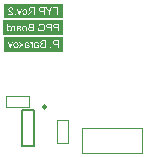
<source format=gbo>
%TF.GenerationSoftware,Altium Limited,Altium Designer,24.5.2 (23)*%
G04 Layer_Color=32896*
%FSLAX45Y45*%
%MOMM*%
%TF.SameCoordinates,57FA01A1-E815-4C6C-BC38-3E05548C2649*%
%TF.FilePolarity,Positive*%
%TF.FileFunction,Legend,Bot*%
%TF.Part,Single*%
G01*
G75*
%TA.AperFunction,NonConductor*%
%ADD36C,0.25000*%
%ADD37C,0.20000*%
%ADD38C,0.05000*%
G36*
X701699Y1060000D02*
X198301D01*
Y1186198D01*
X701699D01*
Y1060000D01*
D02*
G37*
G36*
X699365Y920000D02*
X200636D01*
Y1044996D01*
X699365D01*
Y920000D01*
D02*
G37*
G36*
X701394Y1200000D02*
X198606D01*
Y1325274D01*
X701394D01*
Y1200000D01*
D02*
G37*
%LPC*%
G36*
X327773Y1138539D02*
X326756D01*
X325739Y1138447D01*
X324352Y1138354D01*
X322781Y1138169D01*
X321209Y1137892D01*
X319637Y1137522D01*
X318158Y1137060D01*
X317973Y1136968D01*
X317511Y1136783D01*
X316863Y1136505D01*
X316031Y1136135D01*
X315107Y1135581D01*
X314182Y1135026D01*
X313350Y1134286D01*
X312610Y1133547D01*
X312518Y1133454D01*
X312333Y1133177D01*
X312056Y1132715D01*
X311686Y1132160D01*
X311224Y1131328D01*
X310854Y1130496D01*
X310484Y1129479D01*
X310207Y1128277D01*
Y1128184D01*
X310114Y1127907D01*
X310022Y1127352D01*
X309929Y1126612D01*
Y1125595D01*
X309837Y1124393D01*
X309744Y1122822D01*
Y1121065D01*
Y1110525D01*
Y1110433D01*
Y1110063D01*
Y1109508D01*
Y1108768D01*
Y1107936D01*
Y1106919D01*
X309652Y1104700D01*
Y1102389D01*
X309559Y1100078D01*
X309467Y1099061D01*
Y1098136D01*
X309375Y1097304D01*
X309282Y1096657D01*
Y1096564D01*
X309190Y1096194D01*
X309097Y1095640D01*
X308820Y1094900D01*
X308635Y1094068D01*
X308265Y1093143D01*
X307803Y1092126D01*
X307341Y1091109D01*
X315569D01*
X315662Y1091202D01*
X315754Y1091572D01*
X315939Y1092034D01*
X316216Y1092774D01*
X316494Y1093606D01*
X316679Y1094623D01*
X316863Y1095732D01*
X317048Y1096934D01*
X317141D01*
X317233Y1096749D01*
X317788Y1096287D01*
X318620Y1095640D01*
X319730Y1094808D01*
X321116Y1093975D01*
X322503Y1093051D01*
X323983Y1092219D01*
X325554Y1091572D01*
X325739Y1091479D01*
X326294Y1091387D01*
X327126Y1091109D01*
X328143Y1090832D01*
X329437Y1090555D01*
X330917Y1090370D01*
X332581Y1090185D01*
X334245Y1090092D01*
X334985D01*
X335540Y1090185D01*
X336187D01*
X336926Y1090277D01*
X338591Y1090555D01*
X340440Y1091017D01*
X342474Y1091664D01*
X344323Y1092589D01*
X345987Y1093791D01*
X346172Y1093975D01*
X346634Y1094438D01*
X347282Y1095270D01*
X348021Y1096379D01*
X348761Y1097766D01*
X349408Y1099338D01*
X349870Y1101279D01*
X349963Y1102204D01*
X350055Y1103314D01*
Y1103868D01*
X349963Y1104515D01*
X349870Y1105348D01*
X349685Y1106365D01*
X349408Y1107382D01*
X349038Y1108491D01*
X348576Y1109508D01*
X348483Y1109601D01*
X348299Y1109970D01*
X347929Y1110525D01*
X347466Y1111172D01*
X346912Y1111912D01*
X346172Y1112652D01*
X345432Y1113391D01*
X344508Y1114038D01*
X344415Y1114131D01*
X344046Y1114316D01*
X343583Y1114686D01*
X342844Y1115055D01*
X342012Y1115425D01*
X340994Y1115888D01*
X339977Y1116257D01*
X338776Y1116627D01*
X338683D01*
X338313Y1116720D01*
X337759Y1116905D01*
X337019Y1116997D01*
X336094Y1117182D01*
X334892Y1117367D01*
X333506Y1117644D01*
X331841Y1117829D01*
X331749D01*
X331379Y1117922D01*
X330917D01*
X330270Y1118014D01*
X329530Y1118106D01*
X328605Y1118291D01*
X327588Y1118384D01*
X326479Y1118569D01*
X324260Y1119031D01*
X321856Y1119493D01*
X319730Y1120048D01*
X318713Y1120325D01*
X317788Y1120603D01*
Y1120695D01*
Y1120880D01*
X317696Y1121435D01*
Y1122082D01*
Y1122452D01*
Y1122637D01*
Y1122729D01*
Y1122822D01*
Y1123376D01*
X317788Y1124301D01*
X317973Y1125318D01*
X318250Y1126428D01*
X318713Y1127537D01*
X319267Y1128554D01*
X320007Y1129386D01*
X320099Y1129479D01*
X320562Y1129848D01*
X321301Y1130218D01*
X322226Y1130773D01*
X323520Y1131235D01*
X325000Y1131698D01*
X326849Y1131975D01*
X328975Y1132067D01*
X329900D01*
X330824Y1131975D01*
X332119Y1131790D01*
X333413Y1131605D01*
X334800Y1131235D01*
X336094Y1130773D01*
X337204Y1130126D01*
X337296Y1130033D01*
X337666Y1129756D01*
X338128Y1129294D01*
X338683Y1128554D01*
X339238Y1127629D01*
X339885Y1126428D01*
X340440Y1124948D01*
X340994Y1123284D01*
X348668Y1124301D01*
Y1124393D01*
X348576Y1124486D01*
Y1124763D01*
X348483Y1125133D01*
X348206Y1125965D01*
X347836Y1127167D01*
X347374Y1128369D01*
X346819Y1129663D01*
X346080Y1130958D01*
X345247Y1132160D01*
X345155Y1132252D01*
X344785Y1132622D01*
X344230Y1133177D01*
X343491Y1133916D01*
X342474Y1134656D01*
X341272Y1135396D01*
X339885Y1136228D01*
X338313Y1136875D01*
X338221D01*
X338128Y1136968D01*
X337851Y1137060D01*
X337481Y1137152D01*
X336557Y1137430D01*
X335262Y1137707D01*
X333783Y1137985D01*
X331934Y1138262D01*
X329992Y1138447D01*
X327773Y1138539D01*
D02*
G37*
G36*
X522116Y1156198D02*
X519157D01*
X518602Y1156106D01*
X517863D01*
X516106Y1155921D01*
X514165Y1155644D01*
X512131Y1155181D01*
X509912Y1154627D01*
X507785Y1153887D01*
X507693D01*
X507508Y1153794D01*
X507230Y1153702D01*
X506861Y1153517D01*
X505844Y1152962D01*
X504549Y1152315D01*
X503162Y1151391D01*
X501683Y1150281D01*
X500296Y1149079D01*
X499002Y1147600D01*
X498817Y1147415D01*
X498447Y1146860D01*
X497892Y1146028D01*
X497153Y1144826D01*
X496413Y1143347D01*
X495581Y1141498D01*
X494749Y1139464D01*
X494102Y1137152D01*
X501775Y1135118D01*
Y1135211D01*
X501868Y1135303D01*
X501960Y1135581D01*
X502053Y1135950D01*
X502330Y1136783D01*
X502700Y1137892D01*
X503255Y1139186D01*
X503902Y1140388D01*
X504549Y1141683D01*
X505381Y1142792D01*
X505474Y1142885D01*
X505751Y1143255D01*
X506306Y1143717D01*
X506953Y1144364D01*
X507785Y1145104D01*
X508895Y1145843D01*
X510097Y1146583D01*
X511483Y1147230D01*
X511668Y1147323D01*
X512131Y1147507D01*
X512963Y1147785D01*
X514072Y1148155D01*
X515367Y1148432D01*
X516846Y1148709D01*
X518510Y1148894D01*
X520267Y1148987D01*
X521284D01*
X521746Y1148894D01*
X522301D01*
X523688Y1148802D01*
X525259Y1148524D01*
X527016Y1148247D01*
X528680Y1147785D01*
X530344Y1147138D01*
X530529Y1147045D01*
X531084Y1146860D01*
X531824Y1146398D01*
X532748Y1145936D01*
X533858Y1145196D01*
X535060Y1144456D01*
X536169Y1143532D01*
X537186Y1142515D01*
X537279Y1142422D01*
X537648Y1142053D01*
X538111Y1141405D01*
X538665Y1140666D01*
X539313Y1139741D01*
X539960Y1138632D01*
X540607Y1137430D01*
X541254Y1136135D01*
Y1136043D01*
X541347Y1135858D01*
X541439Y1135581D01*
X541624Y1135118D01*
X541809Y1134564D01*
X541994Y1133916D01*
X542271Y1133177D01*
X542456Y1132345D01*
X542918Y1130403D01*
X543288Y1128184D01*
X543566Y1125873D01*
X543658Y1123284D01*
Y1123192D01*
Y1122914D01*
Y1122452D01*
X543566Y1121897D01*
Y1121158D01*
X543473Y1120233D01*
X543381Y1119308D01*
X543288Y1118291D01*
X542918Y1115980D01*
X542456Y1113576D01*
X541716Y1111172D01*
X540792Y1108861D01*
Y1108768D01*
X540607Y1108584D01*
X540515Y1108306D01*
X540237Y1107936D01*
X539590Y1106919D01*
X538573Y1105625D01*
X537371Y1104238D01*
X535892Y1102851D01*
X534135Y1101557D01*
X532193Y1100355D01*
X532101D01*
X531916Y1100262D01*
X531639Y1100078D01*
X531176Y1099893D01*
X530714Y1099708D01*
X530067Y1099523D01*
X528588Y1098968D01*
X526739Y1098506D01*
X524705Y1098044D01*
X522486Y1097674D01*
X520174Y1097581D01*
X519250D01*
X518695Y1097674D01*
X518140D01*
X516753Y1097859D01*
X515089Y1098044D01*
X513332Y1098413D01*
X511391Y1098968D01*
X509449Y1099615D01*
X509357D01*
X509172Y1099708D01*
X508987Y1099800D01*
X508617Y1099985D01*
X507600Y1100447D01*
X506491Y1101002D01*
X505196Y1101649D01*
X503810Y1102389D01*
X502515Y1103221D01*
X501406Y1104146D01*
Y1116165D01*
X520267D01*
Y1123746D01*
X493085D01*
Y1099985D01*
X493177Y1099893D01*
X493362Y1099800D01*
X493732Y1099523D01*
X494194Y1099153D01*
X494749Y1098783D01*
X495396Y1098321D01*
X496228Y1097766D01*
X497060Y1097211D01*
X499002Y1096009D01*
X501221Y1094715D01*
X503532Y1093513D01*
X506028Y1092496D01*
X506121D01*
X506306Y1092404D01*
X506676Y1092311D01*
X507138Y1092126D01*
X507785Y1091941D01*
X508525Y1091664D01*
X509357Y1091479D01*
X510189Y1091294D01*
X512223Y1090832D01*
X514534Y1090370D01*
X517031Y1090092D01*
X519619Y1090000D01*
X520544D01*
X521191Y1090092D01*
X522023D01*
X523040Y1090185D01*
X524150Y1090370D01*
X525352Y1090462D01*
X528033Y1091017D01*
X530899Y1091664D01*
X533858Y1092681D01*
X535337Y1093236D01*
X536816Y1093975D01*
X536909Y1094068D01*
X537186Y1094160D01*
X537556Y1094438D01*
X538111Y1094715D01*
X538758Y1095177D01*
X539405Y1095640D01*
X541162Y1096934D01*
X543011Y1098598D01*
X544952Y1100632D01*
X546802Y1102944D01*
X548466Y1105625D01*
Y1105717D01*
X548651Y1105995D01*
X548836Y1106365D01*
X549113Y1107012D01*
X549390Y1107659D01*
X549668Y1108584D01*
X550038Y1109508D01*
X550407Y1110618D01*
X550777Y1111819D01*
X551147Y1113206D01*
X551424Y1114593D01*
X551702Y1116072D01*
X552164Y1119308D01*
X552349Y1122729D01*
Y1123654D01*
X552256Y1124301D01*
Y1125133D01*
X552164Y1126150D01*
X551979Y1127167D01*
X551887Y1128369D01*
X551609Y1129663D01*
X551424Y1131050D01*
X550685Y1134009D01*
X549760Y1137060D01*
X548466Y1140111D01*
X548373Y1140203D01*
X548281Y1140481D01*
X548096Y1140851D01*
X547726Y1141405D01*
X547356Y1142145D01*
X546894Y1142885D01*
X545600Y1144641D01*
X544028Y1146675D01*
X542086Y1148617D01*
X539867Y1150559D01*
X538573Y1151391D01*
X537279Y1152223D01*
X537186Y1152315D01*
X536909Y1152408D01*
X536539Y1152593D01*
X535984Y1152870D01*
X535245Y1153147D01*
X534412Y1153517D01*
X533488Y1153887D01*
X532378Y1154257D01*
X531176Y1154627D01*
X529882Y1154904D01*
X528495Y1155274D01*
X527016Y1155551D01*
X523780Y1156013D01*
X522116Y1156198D01*
D02*
G37*
G36*
X669398Y1155089D02*
X643141D01*
X641754Y1154996D01*
X640182Y1154904D01*
X638518Y1154812D01*
X636946Y1154627D01*
X635559Y1154442D01*
X635374D01*
X634727Y1154257D01*
X633895Y1154072D01*
X632786Y1153794D01*
X631584Y1153332D01*
X630289Y1152777D01*
X628902Y1152130D01*
X627701Y1151391D01*
X627516Y1151298D01*
X627146Y1151021D01*
X626591Y1150466D01*
X625851Y1149819D01*
X625019Y1148987D01*
X624187Y1147877D01*
X623263Y1146675D01*
X622523Y1145289D01*
X622431Y1145104D01*
X622246Y1144641D01*
X621876Y1143809D01*
X621506Y1142700D01*
X621229Y1141405D01*
X620859Y1139926D01*
X620674Y1138262D01*
X620581Y1136505D01*
Y1135766D01*
X620674Y1135118D01*
X620766Y1134471D01*
X620859Y1133639D01*
X621044Y1132715D01*
X621229Y1131698D01*
X621876Y1129571D01*
X622246Y1128462D01*
X622800Y1127260D01*
X623448Y1126058D01*
X624095Y1124948D01*
X624927Y1123839D01*
X625851Y1122729D01*
X625944Y1122637D01*
X626129Y1122452D01*
X626406Y1122175D01*
X626868Y1121897D01*
X627423Y1121435D01*
X628163Y1120973D01*
X629087Y1120418D01*
X630104Y1119956D01*
X631306Y1119401D01*
X632693Y1118846D01*
X634172Y1118384D01*
X635929Y1118014D01*
X637778Y1117644D01*
X639812Y1117367D01*
X642124Y1117182D01*
X644528Y1117089D01*
X660892D01*
Y1091109D01*
X669398D01*
Y1155089D01*
D02*
G37*
G36*
X609764D02*
X583507D01*
X582120Y1154996D01*
X580548Y1154904D01*
X578884Y1154812D01*
X577312Y1154627D01*
X575925Y1154442D01*
X575740D01*
X575093Y1154257D01*
X574261Y1154072D01*
X573152Y1153794D01*
X571950Y1153332D01*
X570655Y1152777D01*
X569268Y1152130D01*
X568066Y1151391D01*
X567882Y1151298D01*
X567512Y1151021D01*
X566957Y1150466D01*
X566217Y1149819D01*
X565385Y1148987D01*
X564553Y1147877D01*
X563629Y1146675D01*
X562889Y1145289D01*
X562796Y1145104D01*
X562612Y1144641D01*
X562242Y1143809D01*
X561872Y1142700D01*
X561595Y1141405D01*
X561225Y1139926D01*
X561040Y1138262D01*
X560947Y1136505D01*
Y1135766D01*
X561040Y1135118D01*
X561132Y1134471D01*
X561225Y1133639D01*
X561410Y1132715D01*
X561595Y1131698D01*
X562242Y1129571D01*
X562612Y1128462D01*
X563166Y1127260D01*
X563813Y1126058D01*
X564461Y1124948D01*
X565293Y1123839D01*
X566217Y1122729D01*
X566310Y1122637D01*
X566495Y1122452D01*
X566772Y1122175D01*
X567234Y1121897D01*
X567789Y1121435D01*
X568529Y1120973D01*
X569453Y1120418D01*
X570470Y1119956D01*
X571672Y1119401D01*
X573059Y1118846D01*
X574538Y1118384D01*
X576295Y1118014D01*
X578144Y1117644D01*
X580178Y1117367D01*
X582490Y1117182D01*
X584893Y1117089D01*
X601258D01*
Y1091109D01*
X609764D01*
Y1155089D01*
D02*
G37*
G36*
X456102D02*
X430954D01*
X430307Y1154996D01*
X429567D01*
X427903Y1154812D01*
X426054Y1154627D01*
X424112Y1154257D01*
X422171Y1153794D01*
X420414Y1153147D01*
X420322D01*
X420229Y1153055D01*
X419675Y1152777D01*
X418842Y1152315D01*
X417918Y1151668D01*
X416808Y1150836D01*
X415606Y1149819D01*
X414497Y1148524D01*
X413480Y1147138D01*
X413388Y1146953D01*
X413110Y1146398D01*
X412648Y1145658D01*
X412186Y1144549D01*
X411723Y1143255D01*
X411261Y1141868D01*
X410984Y1140296D01*
X410891Y1138724D01*
Y1138539D01*
Y1138077D01*
X410984Y1137245D01*
X411169Y1136228D01*
X411446Y1135026D01*
X411908Y1133732D01*
X412463Y1132437D01*
X413203Y1131050D01*
X413295Y1130865D01*
X413572Y1130496D01*
X414127Y1129756D01*
X414867Y1129016D01*
X415791Y1128092D01*
X416901Y1127075D01*
X418288Y1126150D01*
X419859Y1125226D01*
X419767D01*
X419582Y1125133D01*
X419305Y1125041D01*
X418935Y1124856D01*
X417825Y1124486D01*
X416531Y1123839D01*
X415144Y1123007D01*
X413572Y1121990D01*
X412186Y1120788D01*
X410891Y1119308D01*
X410799Y1119123D01*
X410429Y1118569D01*
X409874Y1117737D01*
X409319Y1116627D01*
X408765Y1115148D01*
X408210Y1113576D01*
X407840Y1111727D01*
X407748Y1109693D01*
Y1108953D01*
X407840Y1108029D01*
X408025Y1106919D01*
X408210Y1105625D01*
X408580Y1104238D01*
X409042Y1102759D01*
X409689Y1101279D01*
X409782Y1101095D01*
X410059Y1100632D01*
X410429Y1099985D01*
X410984Y1099061D01*
X411723Y1098136D01*
X412463Y1097119D01*
X413388Y1096102D01*
X414405Y1095270D01*
X414497Y1095177D01*
X414867Y1094900D01*
X415514Y1094530D01*
X416346Y1094160D01*
X417363Y1093606D01*
X418565Y1093051D01*
X419859Y1092589D01*
X421431Y1092126D01*
X421616D01*
X422171Y1091941D01*
X423095Y1091849D01*
X424297Y1091664D01*
X425777Y1091479D01*
X427533Y1091294D01*
X429475Y1091202D01*
X431694Y1091109D01*
X456102D01*
Y1155089D01*
D02*
G37*
G36*
X280621Y1138539D02*
X279974D01*
X279141Y1138447D01*
X278124Y1138262D01*
X276922Y1137892D01*
X275628Y1137430D01*
X274149Y1136783D01*
X272577Y1135950D01*
X275443Y1128739D01*
X275536Y1128831D01*
X275905Y1129016D01*
X276460Y1129294D01*
X277200Y1129571D01*
X278032Y1129848D01*
X279049Y1130126D01*
X280066Y1130311D01*
X281083Y1130403D01*
X281545D01*
X282008Y1130311D01*
X282655Y1130218D01*
X283302Y1130033D01*
X284134Y1129756D01*
X284966Y1129386D01*
X285706Y1128831D01*
X285798Y1128739D01*
X286076Y1128554D01*
X286353Y1128184D01*
X286815Y1127722D01*
X287278Y1127075D01*
X287740Y1126335D01*
X288202Y1125503D01*
X288572Y1124486D01*
X288664Y1124301D01*
X288757Y1123746D01*
X288942Y1122914D01*
X289219Y1121805D01*
X289496Y1120418D01*
X289681Y1118846D01*
X289774Y1117182D01*
X289866Y1115333D01*
Y1091109D01*
X297725D01*
Y1137522D01*
X290606D01*
Y1130496D01*
X290514Y1130588D01*
X290144Y1131235D01*
X289681Y1132067D01*
X288942Y1133084D01*
X288202Y1134101D01*
X287370Y1135211D01*
X286538Y1136135D01*
X285706Y1136875D01*
X285613Y1136968D01*
X285336Y1137152D01*
X284781Y1137430D01*
X284227Y1137707D01*
X283487Y1137985D01*
X282562Y1138262D01*
X281638Y1138447D01*
X280621Y1138539D01*
D02*
G37*
G36*
X378347D02*
X377422D01*
X376775Y1138447D01*
X375943Y1138354D01*
X375018Y1138169D01*
X374001Y1137985D01*
X372799Y1137800D01*
X370303Y1136968D01*
X369009Y1136505D01*
X367714Y1135858D01*
X366420Y1135211D01*
X365126Y1134286D01*
X363924Y1133362D01*
X362722Y1132252D01*
X362629Y1132160D01*
X362444Y1131975D01*
X362167Y1131605D01*
X361797Y1131143D01*
X361335Y1130496D01*
X360780Y1129663D01*
X360225Y1128739D01*
X359671Y1127722D01*
X359116Y1126612D01*
X358561Y1125226D01*
X358006Y1123839D01*
X357544Y1122267D01*
X357174Y1120603D01*
X356897Y1118846D01*
X356712Y1116997D01*
X356620Y1114963D01*
Y1113484D01*
X356712Y1112744D01*
X356804Y1111819D01*
Y1110895D01*
X356989Y1109878D01*
X357267Y1107566D01*
X357821Y1105255D01*
X358469Y1102944D01*
X359393Y1100817D01*
Y1100725D01*
X359486Y1100632D01*
X359671Y1100355D01*
X359856Y1099985D01*
X360503Y1099061D01*
X361335Y1097951D01*
X362444Y1096657D01*
X363831Y1095362D01*
X365403Y1094068D01*
X367252Y1092866D01*
X367344D01*
X367437Y1092774D01*
X367714Y1092589D01*
X368177Y1092404D01*
X368639Y1092219D01*
X369194Y1092034D01*
X370580Y1091479D01*
X372152Y1091017D01*
X374094Y1090555D01*
X376128Y1090185D01*
X378347Y1090092D01*
X379271D01*
X380011Y1090185D01*
X380843Y1090277D01*
X381768Y1090462D01*
X382877Y1090647D01*
X383987Y1090832D01*
X386483Y1091572D01*
X387870Y1092126D01*
X389164Y1092681D01*
X390458Y1093421D01*
X391753Y1094253D01*
X392955Y1095177D01*
X394157Y1096287D01*
X394249Y1096379D01*
X394434Y1096564D01*
X394711Y1096934D01*
X395081Y1097489D01*
X395544Y1098136D01*
X396006Y1098876D01*
X396561Y1099800D01*
X397115Y1100910D01*
X397670Y1102112D01*
X398225Y1103498D01*
X398687Y1104978D01*
X399149Y1106549D01*
X399519Y1108306D01*
X399797Y1110155D01*
X399981Y1112189D01*
X400074Y1114316D01*
Y1114871D01*
X399981Y1115518D01*
Y1116442D01*
X399889Y1117459D01*
X399704Y1118754D01*
X399519Y1120048D01*
X399149Y1121527D01*
X398779Y1123007D01*
X398317Y1124578D01*
X397762Y1126243D01*
X397023Y1127814D01*
X396283Y1129294D01*
X395266Y1130773D01*
X394249Y1132160D01*
X392955Y1133362D01*
X392862Y1133454D01*
X392677Y1133547D01*
X392308Y1133824D01*
X391845Y1134194D01*
X391291Y1134564D01*
X390551Y1135026D01*
X389811Y1135488D01*
X388887Y1135950D01*
X387870Y1136413D01*
X386760Y1136875D01*
X384264Y1137707D01*
X381398Y1138354D01*
X379918Y1138447D01*
X378347Y1138539D01*
D02*
G37*
G36*
X238461Y1155089D02*
X230602D01*
Y1091109D01*
X237906D01*
Y1096934D01*
X237999Y1096842D01*
X238091Y1096657D01*
X238368Y1096287D01*
X238738Y1095825D01*
X239200Y1095362D01*
X239755Y1094808D01*
X240402Y1094160D01*
X241234Y1093513D01*
X242067Y1092866D01*
X242991Y1092219D01*
X244101Y1091664D01*
X245303Y1091202D01*
X246504Y1090739D01*
X247891Y1090370D01*
X249371Y1090185D01*
X250942Y1090092D01*
X251497D01*
X251867Y1090185D01*
X252976Y1090277D01*
X254271Y1090462D01*
X255843Y1090832D01*
X257599Y1091387D01*
X259356Y1092126D01*
X261113Y1093143D01*
X261205D01*
X261297Y1093328D01*
X261852Y1093698D01*
X262684Y1094438D01*
X263701Y1095362D01*
X264903Y1096564D01*
X266105Y1098044D01*
X267307Y1099708D01*
X268324Y1101649D01*
Y1101742D01*
X268417Y1101927D01*
X268509Y1102204D01*
X268694Y1102574D01*
X268879Y1103129D01*
X269156Y1103776D01*
X269341Y1104423D01*
X269526Y1105255D01*
X269988Y1107104D01*
X270451Y1109231D01*
X270728Y1111635D01*
X270820Y1114223D01*
Y1115425D01*
X270728Y1115980D01*
Y1116720D01*
X270543Y1118384D01*
X270266Y1120325D01*
X269803Y1122452D01*
X269249Y1124671D01*
X268509Y1126797D01*
Y1126890D01*
X268417Y1127075D01*
X268232Y1127352D01*
X268047Y1127722D01*
X267492Y1128739D01*
X266752Y1130033D01*
X265828Y1131420D01*
X264626Y1132807D01*
X263239Y1134286D01*
X261575Y1135488D01*
X261482D01*
X261390Y1135581D01*
X261113Y1135766D01*
X260743Y1135950D01*
X259818Y1136413D01*
X258524Y1137060D01*
X257044Y1137615D01*
X255288Y1138077D01*
X253346Y1138447D01*
X251312Y1138539D01*
X250573D01*
X249833Y1138447D01*
X248816Y1138354D01*
X247614Y1138077D01*
X246320Y1137800D01*
X245025Y1137337D01*
X243823Y1136690D01*
X243638Y1136598D01*
X243268Y1136413D01*
X242714Y1135950D01*
X241974Y1135488D01*
X241050Y1134841D01*
X240217Y1134009D01*
X239293Y1133177D01*
X238461Y1132160D01*
Y1155089D01*
D02*
G37*
%LPD*%
G36*
X317880Y1114316D02*
X318158Y1114223D01*
X318528Y1114131D01*
X318990Y1113946D01*
X319545Y1113761D01*
X320192Y1113576D01*
X320932Y1113391D01*
X321764Y1113114D01*
X322781Y1112929D01*
X323798Y1112652D01*
X325000Y1112374D01*
X326294Y1112097D01*
X327588Y1111819D01*
X329068Y1111635D01*
X330639Y1111357D01*
X330824D01*
X331379Y1111265D01*
X332304Y1111080D01*
X333321Y1110895D01*
X334430Y1110710D01*
X335540Y1110433D01*
X336557Y1110155D01*
X337481Y1109785D01*
X337574D01*
X337851Y1109601D01*
X338221Y1109416D01*
X338591Y1109138D01*
X339700Y1108399D01*
X340625Y1107289D01*
Y1107197D01*
X340810Y1107012D01*
X340902Y1106642D01*
X341087Y1106180D01*
X341272Y1105625D01*
X341457Y1105070D01*
X341549Y1104331D01*
X341642Y1103591D01*
Y1103498D01*
Y1103036D01*
X341549Y1102481D01*
X341364Y1101742D01*
X341087Y1100910D01*
X340625Y1100078D01*
X340070Y1099153D01*
X339330Y1098321D01*
X339238Y1098228D01*
X338868Y1098044D01*
X338313Y1097674D01*
X337574Y1097304D01*
X336557Y1096934D01*
X335355Y1096564D01*
X333968Y1096379D01*
X332304Y1096287D01*
X331564D01*
X330639Y1096379D01*
X329622Y1096564D01*
X328328Y1096749D01*
X327034Y1097119D01*
X325647Y1097581D01*
X324260Y1098228D01*
X324075Y1098321D01*
X323705Y1098598D01*
X323058Y1099061D01*
X322318Y1099708D01*
X321486Y1100447D01*
X320562Y1101372D01*
X319822Y1102481D01*
X319082Y1103683D01*
X318990Y1103776D01*
X318898Y1104146D01*
X318713Y1104793D01*
X318435Y1105625D01*
X318158Y1106734D01*
X317973Y1108029D01*
X317880Y1109601D01*
X317788Y1111450D01*
X317696Y1114408D01*
X317788D01*
X317880Y1114316D01*
D02*
G37*
G36*
X660892Y1124671D02*
X643695D01*
X643048Y1124763D01*
X642401D01*
X641661Y1124856D01*
X639905Y1125041D01*
X637963Y1125410D01*
X636022Y1125965D01*
X634265Y1126705D01*
X633433Y1127167D01*
X632786Y1127722D01*
X632601Y1127907D01*
X632231Y1128277D01*
X631676Y1129016D01*
X631029Y1129941D01*
X630382Y1131143D01*
X629827Y1132622D01*
X629457Y1134286D01*
X629272Y1136228D01*
Y1136320D01*
Y1136413D01*
Y1136875D01*
X629365Y1137707D01*
X629550Y1138632D01*
X629735Y1139649D01*
X630104Y1140851D01*
X630659Y1141960D01*
X631306Y1143070D01*
X631399Y1143162D01*
X631676Y1143532D01*
X632138Y1143994D01*
X632693Y1144641D01*
X633525Y1145289D01*
X634450Y1145843D01*
X635467Y1146398D01*
X636669Y1146860D01*
X636761D01*
X637131Y1146953D01*
X637686Y1147045D01*
X638425Y1147230D01*
X639535Y1147323D01*
X640922Y1147415D01*
X642586Y1147507D01*
X660892D01*
Y1124671D01*
D02*
G37*
G36*
X601258D02*
X584061D01*
X583414Y1124763D01*
X582767D01*
X582027Y1124856D01*
X580271Y1125041D01*
X578329Y1125410D01*
X576387Y1125965D01*
X574631Y1126705D01*
X573799Y1127167D01*
X573152Y1127722D01*
X572967Y1127907D01*
X572597Y1128277D01*
X572042Y1129016D01*
X571395Y1129941D01*
X570748Y1131143D01*
X570193Y1132622D01*
X569823Y1134286D01*
X569638Y1136228D01*
Y1136320D01*
Y1136413D01*
Y1136875D01*
X569731Y1137707D01*
X569916Y1138632D01*
X570100Y1139649D01*
X570470Y1140851D01*
X571025Y1141960D01*
X571672Y1143070D01*
X571765Y1143162D01*
X572042Y1143532D01*
X572504Y1143994D01*
X573059Y1144641D01*
X573891Y1145289D01*
X574816Y1145843D01*
X575833Y1146398D01*
X577035Y1146860D01*
X577127D01*
X577497Y1146953D01*
X578052Y1147045D01*
X578791Y1147230D01*
X579901Y1147323D01*
X581288Y1147415D01*
X582952Y1147507D01*
X601258D01*
Y1124671D01*
D02*
G37*
G36*
X447596Y1128277D02*
X431879D01*
X430677Y1128369D01*
X429382Y1128462D01*
X428088Y1128554D01*
X426794Y1128739D01*
X425777Y1128924D01*
X425592Y1129016D01*
X425222Y1129109D01*
X424667Y1129386D01*
X423928Y1129756D01*
X423188Y1130126D01*
X422356Y1130680D01*
X421524Y1131420D01*
X420876Y1132160D01*
X420784Y1132252D01*
X420599Y1132530D01*
X420322Y1133084D01*
X420044Y1133732D01*
X419767Y1134471D01*
X419490Y1135396D01*
X419305Y1136505D01*
X419212Y1137707D01*
Y1137892D01*
Y1138262D01*
X419305Y1138817D01*
X419397Y1139556D01*
X419582Y1140481D01*
X419859Y1141405D01*
X420229Y1142330D01*
X420784Y1143255D01*
X420876Y1143347D01*
X421061Y1143624D01*
X421431Y1144087D01*
X421893Y1144549D01*
X422541Y1145104D01*
X423280Y1145658D01*
X424205Y1146213D01*
X425222Y1146583D01*
X425314D01*
X425777Y1146768D01*
X426424Y1146860D01*
X427441Y1147045D01*
X428828Y1147230D01*
X430399Y1147323D01*
X432433Y1147507D01*
X447596D01*
Y1128277D01*
D02*
G37*
G36*
Y1098691D02*
X429382D01*
X427441Y1098783D01*
X426609Y1098876D01*
X425869Y1098968D01*
X425777D01*
X425407Y1099061D01*
X424852Y1099153D01*
X424205Y1099338D01*
X422633Y1099893D01*
X421061Y1100632D01*
X420969Y1100725D01*
X420692Y1100910D01*
X420322Y1101187D01*
X419859Y1101557D01*
X419397Y1102112D01*
X418750Y1102666D01*
X418288Y1103406D01*
X417733Y1104238D01*
X417641Y1104331D01*
X417548Y1104608D01*
X417363Y1105163D01*
X417086Y1105810D01*
X416808Y1106549D01*
X416623Y1107474D01*
X416531Y1108584D01*
X416439Y1109693D01*
Y1109878D01*
Y1110248D01*
X416531Y1110987D01*
X416716Y1111819D01*
X416901Y1112744D01*
X417271Y1113761D01*
X417733Y1114778D01*
X418380Y1115795D01*
X418473Y1115888D01*
X418750Y1116257D01*
X419120Y1116720D01*
X419675Y1117274D01*
X420414Y1117922D01*
X421339Y1118569D01*
X422356Y1119123D01*
X423558Y1119586D01*
X423743Y1119678D01*
X424112Y1119771D01*
X424945Y1119956D01*
X425962Y1120141D01*
X427256Y1120325D01*
X428828Y1120510D01*
X430769Y1120695D01*
X447596D01*
Y1098691D01*
D02*
G37*
G36*
X379364Y1131975D02*
X380381Y1131882D01*
X381768Y1131513D01*
X383339Y1130958D01*
X385004Y1130218D01*
X386575Y1129109D01*
X387407Y1128369D01*
X388147Y1127629D01*
Y1127537D01*
X388332Y1127445D01*
X388517Y1127167D01*
X388794Y1126797D01*
X389072Y1126335D01*
X389349Y1125780D01*
X389719Y1125041D01*
X390089Y1124301D01*
X390458Y1123376D01*
X390828Y1122452D01*
X391106Y1121342D01*
X391383Y1120141D01*
X391660Y1118846D01*
X391845Y1117459D01*
X391938Y1115888D01*
X392030Y1114316D01*
Y1114223D01*
Y1113946D01*
Y1113484D01*
X391938Y1112836D01*
Y1112097D01*
X391845Y1111265D01*
X391568Y1109323D01*
X391106Y1107104D01*
X390366Y1104885D01*
X389441Y1102759D01*
X388794Y1101834D01*
X388147Y1100910D01*
X388055D01*
X387962Y1100725D01*
X387407Y1100262D01*
X386575Y1099523D01*
X385466Y1098783D01*
X384079Y1097951D01*
X382415Y1097211D01*
X380473Y1096749D01*
X379456Y1096657D01*
X378347Y1096564D01*
X377792D01*
X377330Y1096657D01*
X376313Y1096842D01*
X374926Y1097119D01*
X373447Y1097674D01*
X371782Y1098413D01*
X370211Y1099523D01*
X369378Y1100262D01*
X368639Y1101002D01*
X368546Y1101095D01*
X368454Y1101187D01*
X368269Y1101464D01*
X367992Y1101834D01*
X367714Y1102296D01*
X367344Y1102851D01*
X366975Y1103591D01*
X366605Y1104331D01*
X366235Y1105255D01*
X365958Y1106272D01*
X365588Y1107382D01*
X365310Y1108584D01*
X365033Y1109970D01*
X364848Y1111357D01*
X364663Y1112929D01*
Y1114593D01*
Y1114686D01*
Y1114963D01*
Y1115425D01*
X364756Y1115980D01*
Y1116720D01*
X364848Y1117552D01*
X365126Y1119493D01*
X365588Y1121527D01*
X366327Y1123746D01*
X367344Y1125780D01*
X367899Y1126797D01*
X368639Y1127629D01*
Y1127722D01*
X368824Y1127814D01*
X369378Y1128369D01*
X370211Y1129016D01*
X371320Y1129848D01*
X372707Y1130680D01*
X374371Y1131420D01*
X376220Y1131882D01*
X377237Y1131975D01*
X378347Y1132067D01*
X378901D01*
X379364Y1131975D01*
D02*
G37*
G36*
X251312D02*
X252329Y1131882D01*
X253531Y1131513D01*
X254918Y1131050D01*
X256397Y1130218D01*
X257877Y1129201D01*
X258616Y1128462D01*
X259263Y1127722D01*
Y1127629D01*
X259448Y1127537D01*
X259541Y1127260D01*
X259818Y1126890D01*
X260095Y1126428D01*
X260373Y1125873D01*
X260650Y1125226D01*
X261020Y1124486D01*
X261390Y1123561D01*
X261667Y1122544D01*
X261945Y1121435D01*
X262222Y1120233D01*
X262407Y1118939D01*
X262592Y1117459D01*
X262777Y1115888D01*
Y1114223D01*
Y1114131D01*
Y1113853D01*
Y1113391D01*
X262684Y1112744D01*
Y1112004D01*
X262592Y1111172D01*
X262314Y1109231D01*
X261852Y1107104D01*
X261205Y1104885D01*
X260280Y1102759D01*
X259726Y1101834D01*
X259078Y1100910D01*
X258986D01*
X258894Y1100725D01*
X258431Y1100262D01*
X257599Y1099523D01*
X256582Y1098783D01*
X255288Y1097951D01*
X253716Y1097211D01*
X252052Y1096749D01*
X251127Y1096657D01*
X250203Y1096564D01*
X249740D01*
X249371Y1096657D01*
X248354Y1096749D01*
X247152Y1097119D01*
X245765Y1097581D01*
X244286Y1098321D01*
X242806Y1099338D01*
X242067Y1099985D01*
X241419Y1100725D01*
Y1100817D01*
X241234Y1100910D01*
X241050Y1101187D01*
X240865Y1101557D01*
X240587Y1102019D01*
X240217Y1102481D01*
X239940Y1103221D01*
X239570Y1103961D01*
X239200Y1104793D01*
X238923Y1105717D01*
X238553Y1106827D01*
X238276Y1107936D01*
X238091Y1109231D01*
X237906Y1110525D01*
X237721Y1112004D01*
Y1113576D01*
Y1113669D01*
Y1114038D01*
Y1114501D01*
X237814Y1115148D01*
Y1115888D01*
X237906Y1116812D01*
X237999Y1117829D01*
X238183Y1118939D01*
X238646Y1121158D01*
X239293Y1123469D01*
X240217Y1125688D01*
X240772Y1126612D01*
X241419Y1127537D01*
Y1127629D01*
X241604Y1127722D01*
X242067Y1128277D01*
X242899Y1129016D01*
X243916Y1129848D01*
X245210Y1130680D01*
X246782Y1131328D01*
X248538Y1131882D01*
X249463Y1131975D01*
X250480Y1132067D01*
X250942D01*
X251312Y1131975D01*
D02*
G37*
%LPC*%
G36*
X477136Y998447D02*
X476119D01*
X475102Y998354D01*
X473715Y998262D01*
X472143Y998077D01*
X470572Y997800D01*
X469000Y997430D01*
X467521Y996968D01*
X467336Y996875D01*
X466873Y996690D01*
X466226Y996413D01*
X465394Y996043D01*
X464469Y995488D01*
X463545Y994933D01*
X462713Y994194D01*
X461973Y993454D01*
X461881Y993362D01*
X461696Y993084D01*
X461418Y992622D01*
X461049Y992067D01*
X460586Y991235D01*
X460217Y990403D01*
X459847Y989386D01*
X459569Y988184D01*
Y988092D01*
X459477Y987814D01*
X459384Y987260D01*
X459292Y986520D01*
Y985503D01*
X459199Y984301D01*
X459107Y982729D01*
Y980973D01*
Y970433D01*
Y970340D01*
Y969970D01*
Y969416D01*
Y968676D01*
Y967844D01*
Y966827D01*
X459015Y964608D01*
Y962297D01*
X458922Y959985D01*
X458830Y958968D01*
Y958044D01*
X458737Y957211D01*
X458645Y956564D01*
Y956472D01*
X458552Y956102D01*
X458460Y955547D01*
X458182Y954808D01*
X457998Y953975D01*
X457628Y953051D01*
X457165Y952034D01*
X456703Y951017D01*
X464932D01*
X465024Y951109D01*
X465117Y951479D01*
X465302Y951941D01*
X465579Y952681D01*
X465856Y953513D01*
X466041Y954530D01*
X466226Y955640D01*
X466411Y956842D01*
X466504D01*
X466596Y956657D01*
X467151Y956194D01*
X467983Y955547D01*
X469092Y954715D01*
X470479Y953883D01*
X471866Y952958D01*
X473345Y952126D01*
X474917Y951479D01*
X475102Y951387D01*
X475657Y951294D01*
X476489Y951017D01*
X477506Y950740D01*
X478800Y950462D01*
X480279Y950277D01*
X481944Y950092D01*
X483608Y950000D01*
X484348D01*
X484902Y950092D01*
X485549D01*
X486289Y950185D01*
X487953Y950462D01*
X489802Y950924D01*
X491836Y951572D01*
X493686Y952496D01*
X495350Y953698D01*
X495535Y953883D01*
X495997Y954345D01*
X496644Y955177D01*
X497384Y956287D01*
X498123Y957674D01*
X498771Y959245D01*
X499233Y961187D01*
X499325Y962112D01*
X499418Y963221D01*
Y963776D01*
X499325Y964423D01*
X499233Y965255D01*
X499048Y966272D01*
X498771Y967289D01*
X498401Y968399D01*
X497939Y969416D01*
X497846Y969508D01*
X497661Y969878D01*
X497291Y970433D01*
X496829Y971080D01*
X496274Y971819D01*
X495535Y972559D01*
X494795Y973299D01*
X493870Y973946D01*
X493778Y974038D01*
X493408Y974223D01*
X492946Y974593D01*
X492206Y974963D01*
X491374Y975333D01*
X490357Y975795D01*
X489340Y976165D01*
X488138Y976535D01*
X488046D01*
X487676Y976627D01*
X487121Y976812D01*
X486382Y976905D01*
X485457Y977089D01*
X484255Y977274D01*
X482868Y977552D01*
X481204Y977737D01*
X481112D01*
X480742Y977829D01*
X480279D01*
X479632Y977922D01*
X478893Y978014D01*
X477968Y978199D01*
X476951Y978291D01*
X475842Y978476D01*
X473623Y978939D01*
X471219Y979401D01*
X469092Y979956D01*
X468075Y980233D01*
X467151Y980510D01*
Y980603D01*
Y980788D01*
X467058Y981342D01*
Y981990D01*
Y982359D01*
Y982544D01*
Y982637D01*
Y982729D01*
Y983284D01*
X467151Y984209D01*
X467336Y985226D01*
X467613Y986335D01*
X468075Y987445D01*
X468630Y988462D01*
X469370Y989294D01*
X469462Y989386D01*
X469924Y989756D01*
X470664Y990126D01*
X471589Y990681D01*
X472883Y991143D01*
X474362Y991605D01*
X476211Y991882D01*
X478338Y991975D01*
X479262D01*
X480187Y991882D01*
X481481Y991698D01*
X482776Y991513D01*
X484163Y991143D01*
X485457Y990681D01*
X486566Y990033D01*
X486659Y989941D01*
X487029Y989664D01*
X487491Y989201D01*
X488046Y988462D01*
X488600Y987537D01*
X489248Y986335D01*
X489802Y984856D01*
X490357Y983192D01*
X498031Y984209D01*
Y984301D01*
X497939Y984394D01*
Y984671D01*
X497846Y985041D01*
X497569Y985873D01*
X497199Y987075D01*
X496737Y988277D01*
X496182Y989571D01*
X495442Y990865D01*
X494610Y992067D01*
X494518Y992160D01*
X494148Y992530D01*
X493593Y993084D01*
X492853Y993824D01*
X491836Y994564D01*
X490635Y995303D01*
X489248Y996135D01*
X487676Y996783D01*
X487583D01*
X487491Y996875D01*
X487214Y996968D01*
X486844Y997060D01*
X485919Y997337D01*
X484625Y997615D01*
X483146Y997892D01*
X481296Y998169D01*
X479355Y998354D01*
X477136Y998447D01*
D02*
G37*
G36*
X397624D02*
X396607D01*
X395590Y998354D01*
X394203Y998262D01*
X392631Y998077D01*
X391059Y997800D01*
X389488Y997430D01*
X388008Y996968D01*
X387823Y996875D01*
X387361Y996690D01*
X386714Y996413D01*
X385882Y996043D01*
X384957Y995488D01*
X384033Y994933D01*
X383201Y994194D01*
X382461Y993454D01*
X382369Y993362D01*
X382184Y993084D01*
X381906Y992622D01*
X381536Y992067D01*
X381074Y991235D01*
X380704Y990403D01*
X380335Y989386D01*
X380057Y988184D01*
Y988092D01*
X379965Y987814D01*
X379872Y987260D01*
X379780Y986520D01*
Y985503D01*
X379687Y984301D01*
X379595Y982729D01*
Y980973D01*
Y970433D01*
Y970340D01*
Y969970D01*
Y969416D01*
Y968676D01*
Y967844D01*
Y966827D01*
X379502Y964608D01*
Y962297D01*
X379410Y959985D01*
X379318Y958968D01*
Y958044D01*
X379225Y957211D01*
X379133Y956564D01*
Y956472D01*
X379040Y956102D01*
X378948Y955547D01*
X378670Y954808D01*
X378485Y953975D01*
X378116Y953051D01*
X377653Y952034D01*
X377191Y951017D01*
X385420D01*
X385512Y951109D01*
X385605Y951479D01*
X385789Y951941D01*
X386067Y952681D01*
X386344Y953513D01*
X386529Y954530D01*
X386714Y955640D01*
X386899Y956842D01*
X386991D01*
X387084Y956657D01*
X387639Y956194D01*
X388471Y955547D01*
X389580Y954715D01*
X390967Y953883D01*
X392354Y952958D01*
X393833Y952126D01*
X395405Y951479D01*
X395590Y951387D01*
X396144Y951294D01*
X396977Y951017D01*
X397994Y950740D01*
X399288Y950462D01*
X400767Y950277D01*
X402432Y950092D01*
X404096Y950000D01*
X404835D01*
X405390Y950092D01*
X406037D01*
X406777Y950185D01*
X408441Y950462D01*
X410290Y950924D01*
X412324Y951572D01*
X414173Y952496D01*
X415838Y953698D01*
X416023Y953883D01*
X416485Y954345D01*
X417132Y955177D01*
X417872Y956287D01*
X418611Y957674D01*
X419258Y959245D01*
X419721Y961187D01*
X419813Y962112D01*
X419906Y963221D01*
Y963776D01*
X419813Y964423D01*
X419721Y965255D01*
X419536Y966272D01*
X419258Y967289D01*
X418889Y968399D01*
X418426Y969416D01*
X418334Y969508D01*
X418149Y969878D01*
X417779Y970433D01*
X417317Y971080D01*
X416762Y971819D01*
X416023Y972559D01*
X415283Y973299D01*
X414358Y973946D01*
X414266Y974038D01*
X413896Y974223D01*
X413434Y974593D01*
X412694Y974963D01*
X411862Y975333D01*
X410845Y975795D01*
X409828Y976165D01*
X408626Y976535D01*
X408534D01*
X408164Y976627D01*
X407609Y976812D01*
X406869Y976905D01*
X405945Y977089D01*
X404743Y977274D01*
X403356Y977552D01*
X401692Y977737D01*
X401599D01*
X401230Y977829D01*
X400767D01*
X400120Y977922D01*
X399380Y978014D01*
X398456Y978199D01*
X397439Y978291D01*
X396329Y978476D01*
X394110Y978939D01*
X391707Y979401D01*
X389580Y979956D01*
X388563Y980233D01*
X387639Y980510D01*
Y980603D01*
Y980788D01*
X387546Y981342D01*
Y981990D01*
Y982359D01*
Y982544D01*
Y982637D01*
Y982729D01*
Y983284D01*
X387639Y984209D01*
X387823Y985226D01*
X388101Y986335D01*
X388563Y987445D01*
X389118Y988462D01*
X389857Y989294D01*
X389950Y989386D01*
X390412Y989756D01*
X391152Y990126D01*
X392076Y990681D01*
X393371Y991143D01*
X394850Y991605D01*
X396699Y991882D01*
X398826Y991975D01*
X399750D01*
X400675Y991882D01*
X401969Y991698D01*
X403264Y991513D01*
X404650Y991143D01*
X405945Y990681D01*
X407054Y990033D01*
X407147Y989941D01*
X407517Y989664D01*
X407979Y989201D01*
X408534Y988462D01*
X409088Y987537D01*
X409736Y986335D01*
X410290Y984856D01*
X410845Y983192D01*
X418519Y984209D01*
Y984301D01*
X418426Y984394D01*
Y984671D01*
X418334Y985041D01*
X418057Y985873D01*
X417687Y987075D01*
X417224Y988277D01*
X416670Y989571D01*
X415930Y990865D01*
X415098Y992067D01*
X415006Y992160D01*
X414636Y992530D01*
X414081Y993084D01*
X413341Y993824D01*
X412324Y994564D01*
X411122Y995303D01*
X409736Y996135D01*
X408164Y996783D01*
X408071D01*
X407979Y996875D01*
X407701Y996968D01*
X407332Y997060D01*
X406407Y997337D01*
X405113Y997615D01*
X403633Y997892D01*
X401784Y998169D01*
X399843Y998354D01*
X397624Y998447D01*
D02*
G37*
G36*
X367483Y1014996D02*
X359624D01*
Y978476D01*
X341041Y997430D01*
X330778D01*
X348622Y980141D01*
X329021Y951017D01*
X338729D01*
X354169Y974686D01*
X359624Y969416D01*
Y951017D01*
X367483D01*
Y1014996D01*
D02*
G37*
G36*
X277893Y997430D02*
X269572D01*
X259587Y969601D01*
Y969508D01*
X259495Y969416D01*
X259402Y969138D01*
X259310Y968861D01*
X259032Y967936D01*
X258662Y966734D01*
X258200Y965348D01*
X257645Y963776D01*
X257183Y962019D01*
X256628Y960262D01*
X256536Y960447D01*
X256443Y960910D01*
X256166Y961649D01*
X255889Y962759D01*
X255426Y963961D01*
X254964Y965532D01*
X254317Y967197D01*
X253670Y969046D01*
X243407Y997430D01*
X235271D01*
X252930Y951017D01*
X260419D01*
X277893Y997430D01*
D02*
G37*
G36*
X664729Y1014996D02*
X638472D01*
X637085Y1014904D01*
X635513Y1014812D01*
X633849Y1014719D01*
X632277Y1014534D01*
X630890Y1014349D01*
X630705D01*
X630058Y1014164D01*
X629226Y1013979D01*
X628117Y1013702D01*
X626915Y1013240D01*
X625620Y1012685D01*
X624233Y1012038D01*
X623032Y1011298D01*
X622847Y1011206D01*
X622477Y1010928D01*
X621922Y1010374D01*
X621182Y1009726D01*
X620350Y1008894D01*
X619518Y1007785D01*
X618594Y1006583D01*
X617854Y1005196D01*
X617762Y1005011D01*
X617577Y1004549D01*
X617207Y1003717D01*
X616837Y1002607D01*
X616560Y1001313D01*
X616190Y999834D01*
X616005Y998169D01*
X615912Y996413D01*
Y995673D01*
X616005Y995026D01*
X616097Y994379D01*
X616190Y993547D01*
X616375Y992622D01*
X616560Y991605D01*
X617207Y989479D01*
X617577Y988369D01*
X618131Y987167D01*
X618779Y985965D01*
X619426Y984856D01*
X620258Y983746D01*
X621182Y982637D01*
X621275Y982544D01*
X621460Y982359D01*
X621737Y982082D01*
X622199Y981805D01*
X622754Y981342D01*
X623494Y980880D01*
X624418Y980325D01*
X625435Y979863D01*
X626637Y979308D01*
X628024Y978754D01*
X629503Y978291D01*
X631260Y977922D01*
X633109Y977552D01*
X635143Y977274D01*
X637455Y977089D01*
X639859Y976997D01*
X656223D01*
Y951017D01*
X664729D01*
Y1014996D01*
D02*
G37*
G36*
X603893Y959985D02*
X594925D01*
Y951017D01*
X603893D01*
Y959985D01*
D02*
G37*
G36*
X555724Y1014996D02*
X530576D01*
X529928Y1014904D01*
X529189D01*
X527524Y1014719D01*
X525675Y1014534D01*
X523734Y1014164D01*
X521792Y1013702D01*
X520036Y1013055D01*
X519943D01*
X519851Y1012962D01*
X519296Y1012685D01*
X518464Y1012223D01*
X517539Y1011576D01*
X516430Y1010743D01*
X515228Y1009726D01*
X514118Y1008432D01*
X513101Y1007045D01*
X513009Y1006860D01*
X512732Y1006306D01*
X512269Y1005566D01*
X511807Y1004456D01*
X511345Y1003162D01*
X510882Y1001775D01*
X510605Y1000203D01*
X510513Y998632D01*
Y998447D01*
Y997985D01*
X510605Y997152D01*
X510790Y996135D01*
X511067Y994933D01*
X511530Y993639D01*
X512084Y992345D01*
X512824Y990958D01*
X512916Y990773D01*
X513194Y990403D01*
X513749Y989664D01*
X514488Y988924D01*
X515413Y987999D01*
X516522Y986982D01*
X517909Y986058D01*
X519481Y985133D01*
X519388D01*
X519203Y985041D01*
X518926Y984948D01*
X518556Y984763D01*
X517447Y984394D01*
X516152Y983746D01*
X514766Y982914D01*
X513194Y981897D01*
X511807Y980695D01*
X510513Y979216D01*
X510420Y979031D01*
X510050Y978476D01*
X509496Y977644D01*
X508941Y976535D01*
X508386Y975055D01*
X507831Y973484D01*
X507462Y971635D01*
X507369Y969601D01*
Y968861D01*
X507462Y967936D01*
X507646Y966827D01*
X507831Y965532D01*
X508201Y964146D01*
X508663Y962666D01*
X509311Y961187D01*
X509403Y961002D01*
X509680Y960540D01*
X510050Y959893D01*
X510605Y958968D01*
X511345Y958044D01*
X512084Y957027D01*
X513009Y956010D01*
X514026Y955177D01*
X514118Y955085D01*
X514488Y954808D01*
X515135Y954438D01*
X515967Y954068D01*
X516984Y953513D01*
X518186Y952958D01*
X519481Y952496D01*
X521053Y952034D01*
X521237D01*
X521792Y951849D01*
X522717Y951757D01*
X523919Y951572D01*
X525398Y951387D01*
X527155Y951202D01*
X529096Y951109D01*
X531315Y951017D01*
X555724D01*
Y1014996D01*
D02*
G37*
G36*
X429983Y998447D02*
X429336D01*
X428504Y998354D01*
X427487Y998169D01*
X426285Y997800D01*
X424991Y997337D01*
X423511Y996690D01*
X421940Y995858D01*
X424806Y988646D01*
X424898Y988739D01*
X425268Y988924D01*
X425823Y989201D01*
X426563Y989479D01*
X427395Y989756D01*
X428412Y990033D01*
X429429Y990218D01*
X430446Y990311D01*
X430908D01*
X431370Y990218D01*
X432017Y990126D01*
X432665Y989941D01*
X433497Y989664D01*
X434329Y989294D01*
X435068Y988739D01*
X435161Y988646D01*
X435438Y988462D01*
X435716Y988092D01*
X436178Y987629D01*
X436640Y986982D01*
X437103Y986243D01*
X437565Y985411D01*
X437935Y984394D01*
X438027Y984209D01*
X438120Y983654D01*
X438304Y982822D01*
X438582Y981712D01*
X438859Y980325D01*
X439044Y978754D01*
X439137Y977089D01*
X439229Y975240D01*
Y951017D01*
X447088D01*
Y997430D01*
X439969D01*
Y990403D01*
X439876Y990496D01*
X439506Y991143D01*
X439044Y991975D01*
X438304Y992992D01*
X437565Y994009D01*
X436733Y995118D01*
X435901Y996043D01*
X435068Y996783D01*
X434976Y996875D01*
X434699Y997060D01*
X434144Y997337D01*
X433589Y997615D01*
X432850Y997892D01*
X431925Y998169D01*
X431000Y998354D01*
X429983Y998447D01*
D02*
G37*
G36*
X303966D02*
X303041D01*
X302394Y998354D01*
X301562Y998262D01*
X300637Y998077D01*
X299620Y997892D01*
X298419Y997707D01*
X295922Y996875D01*
X294628Y996413D01*
X293333Y995766D01*
X292039Y995118D01*
X290745Y994194D01*
X289543Y993269D01*
X288341Y992160D01*
X288248Y992067D01*
X288063Y991882D01*
X287786Y991513D01*
X287416Y991050D01*
X286954Y990403D01*
X286399Y989571D01*
X285844Y988646D01*
X285290Y987629D01*
X284735Y986520D01*
X284180Y985133D01*
X283626Y983746D01*
X283163Y982175D01*
X282793Y980510D01*
X282516Y978754D01*
X282331Y976905D01*
X282239Y974871D01*
Y973391D01*
X282331Y972652D01*
X282424Y971727D01*
Y970802D01*
X282609Y969785D01*
X282886Y967474D01*
X283441Y965163D01*
X284088Y962851D01*
X285012Y960725D01*
Y960632D01*
X285105Y960540D01*
X285290Y960262D01*
X285475Y959893D01*
X286122Y958968D01*
X286954Y957859D01*
X288063Y956564D01*
X289450Y955270D01*
X291022Y953975D01*
X292871Y952774D01*
X292964D01*
X293056Y952681D01*
X293333Y952496D01*
X293796Y952311D01*
X294258Y952126D01*
X294813Y951941D01*
X296200Y951387D01*
X297771Y950924D01*
X299713Y950462D01*
X301747Y950092D01*
X303966Y950000D01*
X304890D01*
X305630Y950092D01*
X306462Y950185D01*
X307387Y950370D01*
X308496Y950555D01*
X309606Y950740D01*
X312102Y951479D01*
X313489Y952034D01*
X314783Y952589D01*
X316078Y953328D01*
X317372Y954160D01*
X318574Y955085D01*
X319776Y956194D01*
X319868Y956287D01*
X320053Y956472D01*
X320331Y956842D01*
X320700Y957396D01*
X321163Y958044D01*
X321625Y958783D01*
X322180Y959708D01*
X322734Y960817D01*
X323289Y962019D01*
X323844Y963406D01*
X324306Y964885D01*
X324768Y966457D01*
X325138Y968214D01*
X325416Y970063D01*
X325601Y972097D01*
X325693Y974223D01*
Y974778D01*
X325601Y975425D01*
Y976350D01*
X325508Y977367D01*
X325323Y978661D01*
X325138Y979956D01*
X324768Y981435D01*
X324399Y982914D01*
X323936Y984486D01*
X323382Y986150D01*
X322642Y987722D01*
X321902Y989201D01*
X320885Y990681D01*
X319868Y992067D01*
X318574Y993269D01*
X318481Y993362D01*
X318297Y993454D01*
X317927Y993732D01*
X317464Y994101D01*
X316910Y994471D01*
X316170Y994933D01*
X315430Y995396D01*
X314506Y995858D01*
X313489Y996320D01*
X312379Y996783D01*
X309883Y997615D01*
X307017Y998262D01*
X305538Y998354D01*
X303966Y998447D01*
D02*
G37*
%LPD*%
G36*
X467243Y974223D02*
X467521Y974131D01*
X467890Y974038D01*
X468353Y973854D01*
X468907Y973669D01*
X469555Y973484D01*
X470294Y973299D01*
X471126Y973021D01*
X472143Y972837D01*
X473160Y972559D01*
X474362Y972282D01*
X475657Y972004D01*
X476951Y971727D01*
X478430Y971542D01*
X480002Y971265D01*
X480187D01*
X480742Y971172D01*
X481666Y970987D01*
X482683Y970802D01*
X483793Y970618D01*
X484902Y970340D01*
X485919Y970063D01*
X486844Y969693D01*
X486936D01*
X487214Y969508D01*
X487583Y969323D01*
X487953Y969046D01*
X489063Y968306D01*
X489987Y967197D01*
Y967104D01*
X490172Y966919D01*
X490265Y966550D01*
X490450Y966087D01*
X490635Y965532D01*
X490819Y964978D01*
X490912Y964238D01*
X491004Y963498D01*
Y963406D01*
Y962944D01*
X490912Y962389D01*
X490727Y961649D01*
X490450Y960817D01*
X489987Y959985D01*
X489433Y959061D01*
X488693Y958228D01*
X488600Y958136D01*
X488231Y957951D01*
X487676Y957581D01*
X486936Y957211D01*
X485919Y956842D01*
X484717Y956472D01*
X483331Y956287D01*
X481666Y956194D01*
X480927D01*
X480002Y956287D01*
X478985Y956472D01*
X477691Y956657D01*
X476396Y957027D01*
X475009Y957489D01*
X473623Y958136D01*
X473438Y958228D01*
X473068Y958506D01*
X472421Y958968D01*
X471681Y959615D01*
X470849Y960355D01*
X469924Y961280D01*
X469185Y962389D01*
X468445Y963591D01*
X468353Y963683D01*
X468260Y964053D01*
X468075Y964700D01*
X467798Y965532D01*
X467521Y966642D01*
X467336Y967936D01*
X467243Y969508D01*
X467151Y971357D01*
X467058Y974316D01*
X467151D01*
X467243Y974223D01*
D02*
G37*
G36*
X387731D02*
X388008Y974131D01*
X388378Y974038D01*
X388840Y973854D01*
X389395Y973669D01*
X390042Y973484D01*
X390782Y973299D01*
X391614Y973021D01*
X392631Y972837D01*
X393648Y972559D01*
X394850Y972282D01*
X396144Y972004D01*
X397439Y971727D01*
X398918Y971542D01*
X400490Y971265D01*
X400675D01*
X401230Y971172D01*
X402154Y970987D01*
X403171Y970802D01*
X404281Y970618D01*
X405390Y970340D01*
X406407Y970063D01*
X407332Y969693D01*
X407424D01*
X407701Y969508D01*
X408071Y969323D01*
X408441Y969046D01*
X409551Y968306D01*
X410475Y967197D01*
Y967104D01*
X410660Y966919D01*
X410753Y966550D01*
X410937Y966087D01*
X411122Y965532D01*
X411307Y964978D01*
X411400Y964238D01*
X411492Y963498D01*
Y963406D01*
Y962944D01*
X411400Y962389D01*
X411215Y961649D01*
X410937Y960817D01*
X410475Y959985D01*
X409920Y959061D01*
X409181Y958228D01*
X409088Y958136D01*
X408719Y957951D01*
X408164Y957581D01*
X407424Y957211D01*
X406407Y956842D01*
X405205Y956472D01*
X403818Y956287D01*
X402154Y956194D01*
X401414D01*
X400490Y956287D01*
X399473Y956472D01*
X398179Y956657D01*
X396884Y957027D01*
X395497Y957489D01*
X394110Y958136D01*
X393926Y958228D01*
X393556Y958506D01*
X392909Y958968D01*
X392169Y959615D01*
X391337Y960355D01*
X390412Y961280D01*
X389673Y962389D01*
X388933Y963591D01*
X388840Y963683D01*
X388748Y964053D01*
X388563Y964700D01*
X388286Y965532D01*
X388008Y966642D01*
X387823Y967936D01*
X387731Y969508D01*
X387639Y971357D01*
X387546Y974316D01*
X387639D01*
X387731Y974223D01*
D02*
G37*
G36*
X656223Y984578D02*
X639026D01*
X638379Y984671D01*
X637732D01*
X636992Y984763D01*
X635236Y984948D01*
X633294Y985318D01*
X631353Y985873D01*
X629596Y986612D01*
X628764Y987075D01*
X628117Y987629D01*
X627932Y987814D01*
X627562Y988184D01*
X627007Y988924D01*
X626360Y989848D01*
X625713Y991050D01*
X625158Y992530D01*
X624788Y994194D01*
X624603Y996135D01*
Y996228D01*
Y996320D01*
Y996783D01*
X624696Y997615D01*
X624881Y998539D01*
X625066Y999556D01*
X625435Y1000758D01*
X625990Y1001868D01*
X626637Y1002977D01*
X626730Y1003070D01*
X627007Y1003439D01*
X627469Y1003902D01*
X628024Y1004549D01*
X628856Y1005196D01*
X629781Y1005751D01*
X630798Y1006306D01*
X632000Y1006768D01*
X632092D01*
X632462Y1006860D01*
X633017Y1006953D01*
X633756Y1007138D01*
X634866Y1007230D01*
X636253Y1007323D01*
X637917Y1007415D01*
X656223D01*
Y984578D01*
D02*
G37*
G36*
X547218Y988184D02*
X531500D01*
X530298Y988277D01*
X529004Y988369D01*
X527709Y988462D01*
X526415Y988646D01*
X525398Y988831D01*
X525213Y988924D01*
X524843Y989016D01*
X524289Y989294D01*
X523549Y989664D01*
X522809Y990033D01*
X521977Y990588D01*
X521145Y991328D01*
X520498Y992067D01*
X520405Y992160D01*
X520220Y992437D01*
X519943Y992992D01*
X519666Y993639D01*
X519388Y994379D01*
X519111Y995303D01*
X518926Y996413D01*
X518834Y997615D01*
Y997800D01*
Y998169D01*
X518926Y998724D01*
X519019Y999464D01*
X519203Y1000388D01*
X519481Y1001313D01*
X519851Y1002238D01*
X520405Y1003162D01*
X520498Y1003255D01*
X520683Y1003532D01*
X521053Y1003994D01*
X521515Y1004456D01*
X522162Y1005011D01*
X522902Y1005566D01*
X523826Y1006121D01*
X524843Y1006490D01*
X524936D01*
X525398Y1006675D01*
X526045Y1006768D01*
X527062Y1006953D01*
X528449Y1007138D01*
X530021Y1007230D01*
X532055Y1007415D01*
X547218D01*
Y988184D01*
D02*
G37*
G36*
Y958598D02*
X529004D01*
X527062Y958691D01*
X526230Y958783D01*
X525490Y958876D01*
X525398D01*
X525028Y958968D01*
X524473Y959061D01*
X523826Y959245D01*
X522254Y959800D01*
X520683Y960540D01*
X520590Y960632D01*
X520313Y960817D01*
X519943Y961095D01*
X519481Y961464D01*
X519019Y962019D01*
X518371Y962574D01*
X517909Y963314D01*
X517354Y964146D01*
X517262Y964238D01*
X517169Y964515D01*
X516984Y965070D01*
X516707Y965717D01*
X516430Y966457D01*
X516245Y967382D01*
X516152Y968491D01*
X516060Y969601D01*
Y969785D01*
Y970155D01*
X516152Y970895D01*
X516337Y971727D01*
X516522Y972652D01*
X516892Y973669D01*
X517354Y974686D01*
X518002Y975703D01*
X518094Y975795D01*
X518371Y976165D01*
X518741Y976627D01*
X519296Y977182D01*
X520036Y977829D01*
X520960Y978476D01*
X521977Y979031D01*
X523179Y979493D01*
X523364Y979586D01*
X523734Y979678D01*
X524566Y979863D01*
X525583Y980048D01*
X526877Y980233D01*
X528449Y980418D01*
X530391Y980603D01*
X547218D01*
Y958598D01*
D02*
G37*
G36*
X304983Y991882D02*
X306000Y991790D01*
X307387Y991420D01*
X308958Y990865D01*
X310623Y990126D01*
X312194Y989016D01*
X313027Y988277D01*
X313766Y987537D01*
Y987445D01*
X313951Y987352D01*
X314136Y987075D01*
X314413Y986705D01*
X314691Y986243D01*
X314968Y985688D01*
X315338Y984948D01*
X315708Y984209D01*
X316078Y983284D01*
X316447Y982359D01*
X316725Y981250D01*
X317002Y980048D01*
X317280Y978754D01*
X317464Y977367D01*
X317557Y975795D01*
X317649Y974223D01*
Y974131D01*
Y973854D01*
Y973391D01*
X317557Y972744D01*
Y972004D01*
X317464Y971172D01*
X317187Y969231D01*
X316725Y967012D01*
X315985Y964793D01*
X315061Y962666D01*
X314413Y961742D01*
X313766Y960817D01*
X313674D01*
X313581Y960632D01*
X313027Y960170D01*
X312194Y959430D01*
X311085Y958691D01*
X309698Y957859D01*
X308034Y957119D01*
X306092Y956657D01*
X305075Y956564D01*
X303966Y956472D01*
X303411D01*
X302949Y956564D01*
X301932Y956749D01*
X300545Y957027D01*
X299066Y957581D01*
X297401Y958321D01*
X295830Y959430D01*
X294998Y960170D01*
X294258Y960910D01*
X294166Y961002D01*
X294073Y961095D01*
X293888Y961372D01*
X293611Y961742D01*
X293333Y962204D01*
X292964Y962759D01*
X292594Y963498D01*
X292224Y964238D01*
X291854Y965163D01*
X291577Y966180D01*
X291207Y967289D01*
X290930Y968491D01*
X290652Y969878D01*
X290467Y971265D01*
X290282Y972837D01*
Y974501D01*
Y974593D01*
Y974871D01*
Y975333D01*
X290375Y975888D01*
Y976627D01*
X290467Y977459D01*
X290745Y979401D01*
X291207Y981435D01*
X291947Y983654D01*
X292964Y985688D01*
X293518Y986705D01*
X294258Y987537D01*
Y987629D01*
X294443Y987722D01*
X294998Y988277D01*
X295830Y988924D01*
X296939Y989756D01*
X298326Y990588D01*
X299990Y991328D01*
X301839Y991790D01*
X302856Y991882D01*
X303966Y991975D01*
X304521D01*
X304983Y991882D01*
D02*
G37*
%LPC*%
G36*
X259957Y1295274D02*
X259032D01*
X258385Y1295181D01*
X257645Y1295089D01*
X256721Y1294996D01*
X255704Y1294811D01*
X254687Y1294627D01*
X252283Y1293979D01*
X249879Y1293055D01*
X248677Y1292500D01*
X247475Y1291853D01*
X246366Y1291021D01*
X245349Y1290096D01*
X245256Y1290004D01*
X245071Y1289911D01*
X244886Y1289541D01*
X244517Y1289172D01*
X244054Y1288709D01*
X243592Y1288062D01*
X243130Y1287415D01*
X242575Y1286583D01*
X241651Y1284826D01*
X240726Y1282607D01*
X240356Y1281498D01*
X240171Y1280203D01*
X239986Y1278909D01*
X239894Y1277522D01*
Y1277337D01*
Y1276875D01*
X239986Y1276135D01*
X240079Y1275118D01*
X240264Y1274009D01*
X240634Y1272714D01*
X241003Y1271328D01*
X241558Y1269941D01*
X241651Y1269756D01*
X241835Y1269294D01*
X242205Y1268554D01*
X242760Y1267537D01*
X243500Y1266427D01*
X244424Y1265041D01*
X245534Y1263654D01*
X246828Y1262082D01*
X247013Y1261897D01*
X247475Y1261342D01*
X247938Y1260880D01*
X248400Y1260418D01*
X248955Y1259863D01*
X249694Y1259123D01*
X250434Y1258384D01*
X251358Y1257552D01*
X252283Y1256627D01*
X253392Y1255610D01*
X254594Y1254593D01*
X255889Y1253391D01*
X257368Y1252189D01*
X258847Y1250895D01*
X258940Y1250802D01*
X259125Y1250618D01*
X259495Y1250340D01*
X259957Y1249970D01*
X260512Y1249416D01*
X261159Y1248861D01*
X262638Y1247659D01*
X264210Y1246272D01*
X265689Y1244885D01*
X266983Y1243683D01*
X267538Y1243221D01*
X268000Y1242759D01*
X268093Y1242666D01*
X268370Y1242389D01*
X268740Y1242019D01*
X269202Y1241464D01*
X269665Y1240817D01*
X270219Y1240170D01*
X271329Y1238598D01*
X239801D01*
Y1231017D01*
X282239D01*
Y1232034D01*
X282146Y1232774D01*
X282054Y1233606D01*
X281869Y1234530D01*
X281684Y1235455D01*
X281314Y1236472D01*
Y1236564D01*
X281222Y1236657D01*
X281037Y1237211D01*
X280667Y1238043D01*
X280112Y1239153D01*
X279373Y1240447D01*
X278448Y1241927D01*
X277431Y1243406D01*
X276137Y1244978D01*
Y1245070D01*
X275952Y1245163D01*
X275489Y1245717D01*
X274657Y1246549D01*
X273455Y1247751D01*
X272069Y1249138D01*
X270312Y1250802D01*
X268185Y1252652D01*
X265874Y1254593D01*
X265782Y1254686D01*
X265412Y1254963D01*
X264857Y1255425D01*
X264210Y1255980D01*
X263378Y1256720D01*
X262361Y1257552D01*
X261344Y1258476D01*
X260142Y1259493D01*
X257830Y1261712D01*
X255519Y1263931D01*
X254409Y1265041D01*
X253392Y1266150D01*
X252468Y1267167D01*
X251728Y1268184D01*
Y1268277D01*
X251543Y1268369D01*
X251358Y1268646D01*
X251173Y1269016D01*
X250526Y1270033D01*
X249787Y1271235D01*
X249139Y1272714D01*
X248492Y1274286D01*
X248122Y1276043D01*
X247938Y1277707D01*
Y1277800D01*
Y1277892D01*
X248030Y1278447D01*
X248122Y1279371D01*
X248400Y1280388D01*
X248770Y1281683D01*
X249417Y1282977D01*
X250249Y1284271D01*
X251358Y1285566D01*
X251543Y1285751D01*
X252006Y1286121D01*
X252653Y1286583D01*
X253670Y1287230D01*
X254964Y1287785D01*
X256443Y1288340D01*
X258200Y1288709D01*
X260142Y1288802D01*
X260696D01*
X261066Y1288709D01*
X262176Y1288617D01*
X263470Y1288340D01*
X264857Y1287970D01*
X266429Y1287323D01*
X267908Y1286490D01*
X269295Y1285381D01*
X269480Y1285196D01*
X269850Y1284734D01*
X270404Y1283994D01*
X270959Y1282885D01*
X271606Y1281590D01*
X272161Y1279926D01*
X272531Y1278077D01*
X272716Y1275950D01*
X280759Y1276783D01*
Y1276875D01*
X280667Y1277152D01*
Y1277615D01*
X280574Y1278262D01*
X280390Y1279002D01*
X280205Y1279834D01*
X279927Y1280851D01*
X279650Y1281868D01*
X278910Y1284087D01*
X277801Y1286306D01*
X277154Y1287415D01*
X276322Y1288524D01*
X275489Y1289541D01*
X274565Y1290466D01*
X274472Y1290559D01*
X274287Y1290651D01*
X274010Y1290928D01*
X273548Y1291206D01*
X272993Y1291576D01*
X272346Y1291945D01*
X271606Y1292408D01*
X270682Y1292870D01*
X269665Y1293332D01*
X268555Y1293794D01*
X267353Y1294164D01*
X266059Y1294534D01*
X264672Y1294811D01*
X263193Y1295089D01*
X261621Y1295181D01*
X259957Y1295274D01*
D02*
G37*
G36*
X612676Y1294996D02*
X602414D01*
X589840Y1275581D01*
Y1275488D01*
X589655Y1275303D01*
X589470Y1275026D01*
X589285Y1274656D01*
X588915Y1274194D01*
X588545Y1273639D01*
X587713Y1272252D01*
X586696Y1270588D01*
X585587Y1268739D01*
X584385Y1266797D01*
X583275Y1264763D01*
Y1264856D01*
X583183Y1265041D01*
X582998Y1265318D01*
X582721Y1265688D01*
X582443Y1266150D01*
X582074Y1266705D01*
X581241Y1268092D01*
X580224Y1269756D01*
X579022Y1271697D01*
X577636Y1273824D01*
X576156Y1276135D01*
X563860Y1294996D01*
X553967D01*
X579485Y1258106D01*
Y1231017D01*
X587991D01*
Y1258106D01*
X612676Y1294996D01*
D02*
G37*
G36*
X353430Y1277430D02*
X345109D01*
X335124Y1249600D01*
Y1249508D01*
X335031Y1249416D01*
X334939Y1249138D01*
X334846Y1248861D01*
X334569Y1247936D01*
X334199Y1246734D01*
X333737Y1245348D01*
X333182Y1243776D01*
X332720Y1242019D01*
X332165Y1240262D01*
X332072Y1240447D01*
X331980Y1240910D01*
X331703Y1241649D01*
X331425Y1242759D01*
X330963Y1243961D01*
X330501Y1245532D01*
X329854Y1247197D01*
X329206Y1249046D01*
X318944Y1277430D01*
X310808D01*
X328467Y1231017D01*
X335956D01*
X353430Y1277430D01*
D02*
G37*
G36*
X379318Y1278447D02*
X378393D01*
X377746Y1278354D01*
X377006Y1278262D01*
X376082Y1278077D01*
X375065Y1277892D01*
X373863Y1277615D01*
X372753Y1277337D01*
X371459Y1276875D01*
X370257Y1276413D01*
X368962Y1275766D01*
X367668Y1275026D01*
X366374Y1274194D01*
X365172Y1273177D01*
X364062Y1272067D01*
X363970Y1271975D01*
X363785Y1271790D01*
X363508Y1271420D01*
X363138Y1270865D01*
X362675Y1270218D01*
X362213Y1269479D01*
X361658Y1268554D01*
X361104Y1267445D01*
X360549Y1266243D01*
X359994Y1264948D01*
X359532Y1263469D01*
X359070Y1261897D01*
X358700Y1260140D01*
X358422Y1258291D01*
X358238Y1256350D01*
X358145Y1254223D01*
Y1253114D01*
X358238Y1252189D01*
X392909D01*
Y1252097D01*
Y1251819D01*
X392816Y1251450D01*
Y1250895D01*
X392724Y1250248D01*
X392539Y1249508D01*
X392261Y1247844D01*
X391707Y1245995D01*
X390967Y1243961D01*
X389950Y1242112D01*
X388656Y1240447D01*
X388563D01*
X388471Y1240262D01*
X387916Y1239800D01*
X387084Y1239153D01*
X385974Y1238506D01*
X384495Y1237766D01*
X382831Y1237119D01*
X380982Y1236657D01*
X379965Y1236564D01*
X378855Y1236472D01*
X378116D01*
X377283Y1236564D01*
X376266Y1236749D01*
X375157Y1237026D01*
X373863Y1237396D01*
X372661Y1237951D01*
X371459Y1238691D01*
X371366Y1238783D01*
X370904Y1239153D01*
X370349Y1239708D01*
X369702Y1240447D01*
X368962Y1241464D01*
X368130Y1242759D01*
X367298Y1244238D01*
X366559Y1245995D01*
X358422Y1244978D01*
Y1244885D01*
X358515Y1244700D01*
X358607Y1244331D01*
X358792Y1243776D01*
X359070Y1243221D01*
X359347Y1242481D01*
X360087Y1240910D01*
X361011Y1239153D01*
X362306Y1237304D01*
X363785Y1235547D01*
X365634Y1233883D01*
X365726D01*
X365911Y1233698D01*
X366189Y1233513D01*
X366559Y1233236D01*
X367113Y1232958D01*
X367668Y1232681D01*
X368408Y1232311D01*
X369240Y1231941D01*
X370164Y1231572D01*
X371089Y1231202D01*
X373400Y1230647D01*
X375989Y1230185D01*
X378855Y1230000D01*
X379872D01*
X380519Y1230092D01*
X381352Y1230185D01*
X382369Y1230370D01*
X383478Y1230555D01*
X384680Y1230739D01*
X387269Y1231479D01*
X388656Y1232034D01*
X389950Y1232589D01*
X391337Y1233328D01*
X392631Y1234160D01*
X393833Y1235085D01*
X395035Y1236194D01*
X395127Y1236287D01*
X395312Y1236472D01*
X395590Y1236842D01*
X395960Y1237396D01*
X396422Y1238043D01*
X396884Y1238783D01*
X397439Y1239708D01*
X397994Y1240725D01*
X398548Y1241927D01*
X399103Y1243221D01*
X399565Y1244700D01*
X400028Y1246272D01*
X400397Y1247936D01*
X400675Y1249785D01*
X400860Y1251727D01*
X400952Y1253761D01*
Y1254870D01*
X400860Y1255703D01*
X400767Y1256720D01*
X400675Y1257829D01*
X400490Y1259123D01*
X400213Y1260418D01*
X399473Y1263376D01*
X399011Y1264856D01*
X398456Y1266427D01*
X397716Y1267907D01*
X396884Y1269294D01*
X395960Y1270680D01*
X394943Y1271975D01*
X394850Y1272067D01*
X394665Y1272252D01*
X394295Y1272530D01*
X393833Y1272992D01*
X393278Y1273454D01*
X392539Y1274009D01*
X391707Y1274656D01*
X390690Y1275211D01*
X389673Y1275858D01*
X388471Y1276413D01*
X387176Y1276967D01*
X385789Y1277430D01*
X384310Y1277892D01*
X382738Y1278169D01*
X381074Y1278354D01*
X379318Y1278447D01*
D02*
G37*
G36*
X660199Y1294996D02*
X616929D01*
Y1287415D01*
X651693D01*
Y1267629D01*
X621645D01*
Y1260048D01*
X651693D01*
Y1231017D01*
X660199D01*
Y1294996D01*
D02*
G37*
G36*
X546293D02*
X520036D01*
X518649Y1294904D01*
X517077Y1294811D01*
X515413Y1294719D01*
X513841Y1294534D01*
X512454Y1294349D01*
X512269D01*
X511622Y1294164D01*
X510790Y1293979D01*
X509680Y1293702D01*
X508479Y1293240D01*
X507184Y1292685D01*
X505797Y1292038D01*
X504595Y1291298D01*
X504410Y1291206D01*
X504041Y1290928D01*
X503486Y1290374D01*
X502746Y1289726D01*
X501914Y1288894D01*
X501082Y1287785D01*
X500157Y1286583D01*
X499418Y1285196D01*
X499325Y1285011D01*
X499140Y1284549D01*
X498771Y1283717D01*
X498401Y1282607D01*
X498123Y1281313D01*
X497754Y1279834D01*
X497569Y1278169D01*
X497476Y1276413D01*
Y1275673D01*
X497569Y1275026D01*
X497661Y1274379D01*
X497754Y1273547D01*
X497939Y1272622D01*
X498123Y1271605D01*
X498771Y1269479D01*
X499140Y1268369D01*
X499695Y1267167D01*
X500342Y1265965D01*
X500990Y1264856D01*
X501822Y1263746D01*
X502746Y1262637D01*
X502839Y1262544D01*
X503024Y1262359D01*
X503301Y1262082D01*
X503763Y1261805D01*
X504318Y1261342D01*
X505058Y1260880D01*
X505982Y1260325D01*
X506999Y1259863D01*
X508201Y1259308D01*
X509588Y1258754D01*
X511067Y1258291D01*
X512824Y1257922D01*
X514673Y1257552D01*
X516707Y1257274D01*
X519019Y1257089D01*
X521422Y1256997D01*
X537787D01*
Y1231017D01*
X546293D01*
Y1294996D01*
D02*
G37*
G36*
X461696D02*
X432017D01*
X431278Y1294904D01*
X430446D01*
X428504Y1294811D01*
X426470Y1294534D01*
X424251Y1294257D01*
X422217Y1293794D01*
X421200Y1293517D01*
X420368Y1293240D01*
X420276D01*
X420183Y1293147D01*
X419628Y1292870D01*
X418796Y1292500D01*
X417779Y1291853D01*
X416670Y1291021D01*
X415468Y1289911D01*
X414358Y1288617D01*
X413249Y1287138D01*
Y1287045D01*
X413156Y1286953D01*
X412787Y1286398D01*
X412417Y1285473D01*
X411862Y1284271D01*
X411400Y1282885D01*
X410937Y1281220D01*
X410660Y1279464D01*
X410568Y1277522D01*
Y1277430D01*
Y1277245D01*
Y1276875D01*
X410660Y1276413D01*
Y1275766D01*
X410753Y1275118D01*
X411122Y1273547D01*
X411677Y1271697D01*
X412417Y1269756D01*
X413526Y1267814D01*
X414266Y1266890D01*
X415006Y1265965D01*
X415098Y1265873D01*
X415190Y1265780D01*
X415468Y1265503D01*
X415838Y1265226D01*
X416300Y1264856D01*
X416855Y1264486D01*
X417594Y1264024D01*
X418334Y1263469D01*
X419258Y1263007D01*
X420276Y1262544D01*
X421385Y1261990D01*
X422587Y1261527D01*
X423974Y1261157D01*
X425361Y1260695D01*
X426932Y1260418D01*
X428597Y1260140D01*
X428412Y1260048D01*
X428042Y1259863D01*
X427487Y1259493D01*
X426747Y1259123D01*
X425083Y1258106D01*
X424251Y1257459D01*
X423511Y1256905D01*
X423327Y1256720D01*
X422864Y1256257D01*
X422125Y1255518D01*
X421200Y1254593D01*
X420183Y1253299D01*
X418981Y1251912D01*
X417779Y1250248D01*
X416485Y1248399D01*
X405483Y1231017D01*
X416023D01*
X424436Y1244331D01*
Y1244423D01*
X424621Y1244608D01*
X424806Y1244885D01*
X425083Y1245255D01*
X425730Y1246272D01*
X426563Y1247566D01*
X427580Y1248953D01*
X428597Y1250433D01*
X429614Y1251819D01*
X430538Y1253114D01*
X430631Y1253206D01*
X430908Y1253576D01*
X431370Y1254131D01*
X432017Y1254778D01*
X433404Y1256165D01*
X434144Y1256812D01*
X434884Y1257367D01*
X434976Y1257459D01*
X435161Y1257552D01*
X435531Y1257737D01*
X436085Y1258014D01*
X436640Y1258291D01*
X437287Y1258569D01*
X438767Y1259031D01*
X438859D01*
X439044Y1259123D01*
X439414D01*
X439876Y1259216D01*
X440523Y1259308D01*
X441263D01*
X442280Y1259401D01*
X453190D01*
Y1231017D01*
X461696D01*
Y1294996D01*
D02*
G37*
G36*
X301562Y1239985D02*
X292594D01*
Y1231017D01*
X301562D01*
Y1239985D01*
D02*
G37*
%LPD*%
G36*
X380150Y1271882D02*
X381167Y1271790D01*
X382369Y1271513D01*
X383848Y1271050D01*
X385420Y1270403D01*
X386899Y1269479D01*
X388378Y1268277D01*
X388563Y1268092D01*
X388933Y1267629D01*
X389580Y1266797D01*
X390227Y1265688D01*
X390967Y1264393D01*
X391614Y1262729D01*
X392169Y1260788D01*
X392446Y1258661D01*
X366466D01*
Y1258754D01*
Y1258939D01*
X366559Y1259216D01*
Y1259586D01*
X366743Y1260695D01*
X367021Y1261897D01*
X367483Y1263376D01*
X367945Y1264763D01*
X368685Y1266150D01*
X369517Y1267352D01*
Y1267445D01*
X369702Y1267537D01*
X370164Y1268092D01*
X370996Y1268831D01*
X372106Y1269663D01*
X373493Y1270496D01*
X375157Y1271235D01*
X377099Y1271790D01*
X378116Y1271882D01*
X379225Y1271975D01*
X379780D01*
X380150Y1271882D01*
D02*
G37*
G36*
X537787Y1264578D02*
X520590D01*
X519943Y1264671D01*
X519296D01*
X518556Y1264763D01*
X516800Y1264948D01*
X514858Y1265318D01*
X512916Y1265873D01*
X511160Y1266612D01*
X510328Y1267075D01*
X509680Y1267629D01*
X509496Y1267814D01*
X509126Y1268184D01*
X508571Y1268924D01*
X507924Y1269848D01*
X507277Y1271050D01*
X506722Y1272530D01*
X506352Y1274194D01*
X506167Y1276135D01*
Y1276228D01*
Y1276320D01*
Y1276783D01*
X506260Y1277615D01*
X506445Y1278539D01*
X506629Y1279556D01*
X506999Y1280758D01*
X507554Y1281868D01*
X508201Y1282977D01*
X508294Y1283070D01*
X508571Y1283439D01*
X509033Y1283902D01*
X509588Y1284549D01*
X510420Y1285196D01*
X511345Y1285751D01*
X512362Y1286306D01*
X513564Y1286768D01*
X513656D01*
X514026Y1286860D01*
X514581Y1286953D01*
X515320Y1287138D01*
X516430Y1287230D01*
X517817Y1287323D01*
X519481Y1287415D01*
X537787D01*
Y1264578D01*
D02*
G37*
G36*
X453190Y1266705D02*
X434144D01*
X433034Y1266797D01*
X431740Y1266890D01*
X430261Y1266982D01*
X428781Y1267167D01*
X427302Y1267445D01*
X426008Y1267814D01*
X425823Y1267907D01*
X425453Y1268092D01*
X424898Y1268369D01*
X424159Y1268739D01*
X423327Y1269294D01*
X422494Y1269941D01*
X421662Y1270773D01*
X421015Y1271697D01*
X420923Y1271790D01*
X420738Y1272160D01*
X420460Y1272714D01*
X420091Y1273454D01*
X419813Y1274286D01*
X419536Y1275211D01*
X419351Y1276320D01*
X419258Y1277430D01*
Y1277522D01*
Y1277615D01*
X419351Y1278169D01*
X419443Y1279002D01*
X419628Y1280111D01*
X420091Y1281220D01*
X420645Y1282515D01*
X421477Y1283717D01*
X422587Y1284919D01*
X422772Y1285011D01*
X423234Y1285381D01*
X423974Y1285843D01*
X425176Y1286398D01*
X426563Y1286953D01*
X428412Y1287415D01*
X430538Y1287785D01*
X433034Y1287877D01*
X453190D01*
Y1266705D01*
D02*
G37*
D36*
X559241Y452251D02*
G03*
X559241Y452251I-12500J0D01*
G01*
D37*
X359241Y117251D02*
Y427251D01*
X459241Y117251D02*
Y427251D01*
X359241Y117251D02*
X459241D01*
X359241Y427251D02*
X459241D01*
D38*
X653633Y146211D02*
X744325D01*
X653633Y336738D02*
X744325D01*
Y146211D02*
Y336738D01*
X653633Y146211D02*
Y336738D01*
X411804Y450340D02*
Y541032D01*
X221276Y450340D02*
Y541032D01*
X411804D01*
X221276Y450340D02*
X411804D01*
X861879Y271580D02*
X1371880D01*
X861879Y61579D02*
X1371880D01*
X861879D02*
Y271580D01*
X1371880Y61579D02*
Y271580D01*
%TF.MD5,9b1083d860fa020b7af6f3667f186526*%
M02*

</source>
